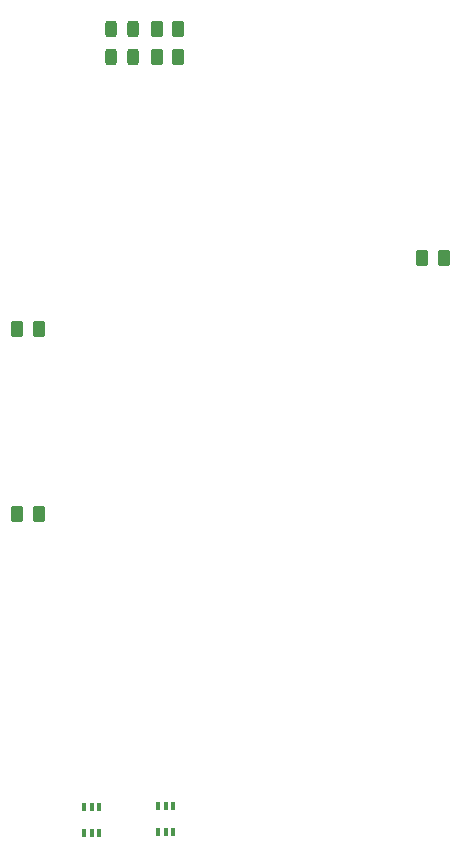
<source format=gtp>
G04 #@! TF.GenerationSoftware,KiCad,Pcbnew,8.0.1*
G04 #@! TF.CreationDate,2024-04-15T13:35:02-05:00*
G04 #@! TF.ProjectId,Power-Secondary,506f7765-722d-4536-9563-6f6e64617279,rev?*
G04 #@! TF.SameCoordinates,Original*
G04 #@! TF.FileFunction,Paste,Top*
G04 #@! TF.FilePolarity,Positive*
%FSLAX46Y46*%
G04 Gerber Fmt 4.6, Leading zero omitted, Abs format (unit mm)*
G04 Created by KiCad (PCBNEW 8.0.1) date 2024-04-15 13:35:02*
%MOMM*%
%LPD*%
G01*
G04 APERTURE LIST*
G04 Aperture macros list*
%AMRoundRect*
0 Rectangle with rounded corners*
0 $1 Rounding radius*
0 $2 $3 $4 $5 $6 $7 $8 $9 X,Y pos of 4 corners*
0 Add a 4 corners polygon primitive as box body*
4,1,4,$2,$3,$4,$5,$6,$7,$8,$9,$2,$3,0*
0 Add four circle primitives for the rounded corners*
1,1,$1+$1,$2,$3*
1,1,$1+$1,$4,$5*
1,1,$1+$1,$6,$7*
1,1,$1+$1,$8,$9*
0 Add four rect primitives between the rounded corners*
20,1,$1+$1,$2,$3,$4,$5,0*
20,1,$1+$1,$4,$5,$6,$7,0*
20,1,$1+$1,$6,$7,$8,$9,0*
20,1,$1+$1,$8,$9,$2,$3,0*%
G04 Aperture macros list end*
%ADD10R,0.400000X0.750000*%
%ADD11RoundRect,0.243750X-0.243750X-0.456250X0.243750X-0.456250X0.243750X0.456250X-0.243750X0.456250X0*%
%ADD12RoundRect,0.250000X0.262500X0.450000X-0.262500X0.450000X-0.262500X-0.450000X0.262500X-0.450000X0*%
%ADD13RoundRect,0.250000X-0.262500X-0.450000X0.262500X-0.450000X0.262500X0.450000X-0.262500X0.450000X0*%
G04 APERTURE END LIST*
D10*
X180100000Y-99400000D03*
X179450000Y-99400000D03*
X178800000Y-99400000D03*
X178800000Y-101600000D03*
X179450000Y-101600000D03*
X180100000Y-101600000D03*
D11*
X174802500Y-33600000D03*
X176677500Y-33600000D03*
D12*
X180512500Y-36000000D03*
X178687500Y-36000000D03*
X180525000Y-33600000D03*
X178700000Y-33600000D03*
D13*
X166887500Y-59000000D03*
X168712500Y-59000000D03*
D11*
X174790000Y-35995000D03*
X176665000Y-35995000D03*
D13*
X201175000Y-53000000D03*
X203000000Y-53000000D03*
X166875000Y-74700000D03*
X168700000Y-74700000D03*
D10*
X173850000Y-99500000D03*
X173200000Y-99500000D03*
X172550000Y-99500000D03*
X172550000Y-101700000D03*
X173200000Y-101700000D03*
X173850000Y-101700000D03*
M02*

</source>
